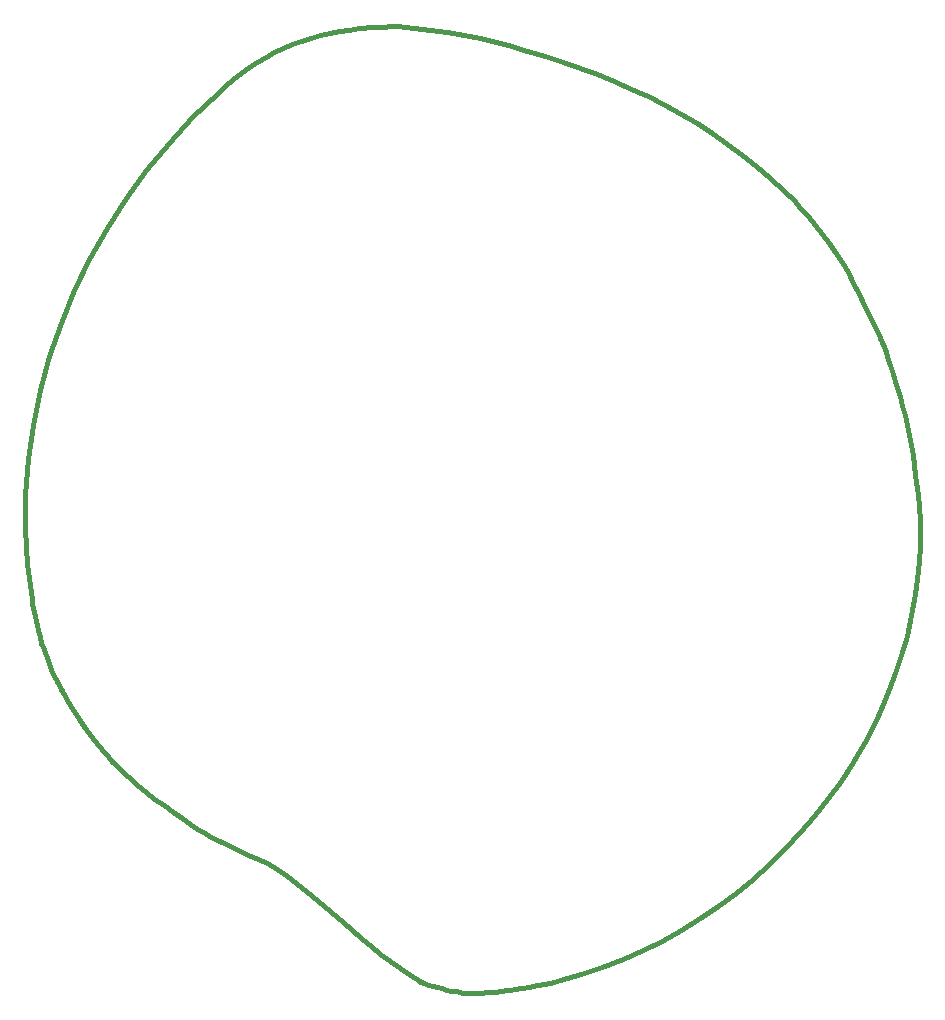
<source format=gbr>
%TF.GenerationSoftware,KiCad,Pcbnew,8.0.5-8.0.5-0~ubuntu22.04.1*%
%TF.CreationDate,2024-10-15T22:57:38-04:00*%
%TF.ProjectId,eclipse_sao_v1,65636c69-7073-4655-9f73-616f5f76312e,rev?*%
%TF.SameCoordinates,Original*%
%TF.FileFunction,Profile,NP*%
%FSLAX46Y46*%
G04 Gerber Fmt 4.6, Leading zero omitted, Abs format (unit mm)*
G04 Created by KiCad (PCBNEW 8.0.5-8.0.5-0~ubuntu22.04.1) date 2024-10-15 22:57:38*
%MOMM*%
%LPD*%
G01*
G04 APERTURE LIST*
%TA.AperFunction,Profile*%
%ADD10C,0.400000*%
%TD*%
G04 APERTURE END LIST*
D10*
X25984146Y-65523301D02*
X25985753Y-65527442D01*
X25983602Y-65523907D01*
X25981923Y-65520138D01*
X25984146Y-65523301D01*
X54227681Y-9331016D02*
X54289803Y-9332450D01*
X54351830Y-9335505D01*
X54413734Y-9340520D01*
X54413731Y-9340511D01*
X55814581Y-9484114D01*
X57222382Y-9644943D01*
X58630259Y-9831392D01*
X60031334Y-10051854D01*
X61418733Y-10314720D01*
X62785580Y-10628384D01*
X63459148Y-10806888D01*
X64124999Y-11001238D01*
X64782275Y-11212484D01*
X65430115Y-11441675D01*
X66924741Y-11866705D01*
X68412109Y-12331571D01*
X69889809Y-12836706D01*
X71355429Y-13382542D01*
X72806557Y-13969508D01*
X74240782Y-14598038D01*
X75655693Y-15268562D01*
X77048878Y-15981512D01*
X78417925Y-16737319D01*
X79760423Y-17536414D01*
X81073962Y-18379230D01*
X82356128Y-19266197D01*
X83604512Y-20197747D01*
X84816700Y-21174312D01*
X85990283Y-22196322D01*
X87122849Y-23264210D01*
X87299689Y-23403583D01*
X87505490Y-23587438D01*
X87736820Y-23811481D01*
X87990247Y-24071420D01*
X88262340Y-24362959D01*
X88549669Y-24681808D01*
X89156308Y-25384256D01*
X89782714Y-26144418D01*
X90401438Y-26927947D01*
X90985031Y-27700498D01*
X91506042Y-28427723D01*
X92044297Y-29283970D01*
X92554945Y-30161743D01*
X93042020Y-31057222D01*
X93509557Y-31966589D01*
X93961589Y-32886025D01*
X94402149Y-33811711D01*
X95264992Y-35666557D01*
X95322757Y-35793355D01*
X95378803Y-35920907D01*
X95433314Y-36049131D01*
X95486473Y-36177947D01*
X95589468Y-36437028D01*
X95689255Y-36697502D01*
X95712442Y-36739237D01*
X95759764Y-36859447D01*
X95915631Y-37302846D01*
X96134491Y-37962806D01*
X96393981Y-38774435D01*
X96671737Y-39672840D01*
X96945394Y-40593130D01*
X97192590Y-41470413D01*
X97390961Y-42239796D01*
X97394692Y-42244337D01*
X97396357Y-42246467D01*
X97397871Y-42248512D01*
X97399219Y-42250478D01*
X97400389Y-42252372D01*
X97401366Y-42254200D01*
X97401779Y-42255091D01*
X97402138Y-42255969D01*
X97402442Y-42256832D01*
X97402689Y-42257684D01*
X97402879Y-42258523D01*
X97403008Y-42259352D01*
X97403076Y-42260171D01*
X97403080Y-42260980D01*
X97403019Y-42261781D01*
X97402891Y-42262574D01*
X97402695Y-42263360D01*
X97402429Y-42264139D01*
X97402090Y-42264914D01*
X97401679Y-42265684D01*
X97401191Y-42266450D01*
X97400627Y-42267213D01*
X97399985Y-42267974D01*
X97399261Y-42268734D01*
X97588120Y-43103445D01*
X97757617Y-43941554D01*
X97910062Y-44782577D01*
X98047766Y-45626035D01*
X98173039Y-46471445D01*
X98288193Y-47318327D01*
X98497383Y-49014576D01*
X98530913Y-49318695D01*
X98560630Y-49626114D01*
X98609750Y-50243698D01*
X98646998Y-50853017D01*
X98674629Y-51439758D01*
X98657259Y-53489129D01*
X98520537Y-55468292D01*
X98280348Y-57369786D01*
X97952578Y-59186151D01*
X97553114Y-60909925D01*
X97097842Y-62533648D01*
X96602647Y-64049859D01*
X96083416Y-65451096D01*
X95556035Y-66729899D01*
X95036389Y-67878806D01*
X94083848Y-69757091D01*
X93352883Y-71026262D01*
X92970581Y-71626633D01*
X91958518Y-73185199D01*
X90876748Y-74698506D01*
X89728110Y-76163806D01*
X88515441Y-77578352D01*
X87241582Y-78939397D01*
X85909371Y-80244192D01*
X84521647Y-81489991D01*
X83081249Y-82674046D01*
X81591016Y-83793609D01*
X80053787Y-84845934D01*
X78472401Y-85828272D01*
X76849696Y-86737876D01*
X75188512Y-87572000D01*
X73491687Y-88327895D01*
X71762061Y-89002814D01*
X70002472Y-89594009D01*
X68783424Y-89939674D01*
X68782425Y-89939674D01*
X68184982Y-90080159D01*
X67674549Y-90205339D01*
X66896240Y-90402184D01*
X66248241Y-90537289D01*
X65597600Y-90661206D01*
X64944769Y-90773692D01*
X64290199Y-90874504D01*
X64018601Y-90912136D01*
X63746589Y-90946697D01*
X63201585Y-91008185D01*
X62655701Y-91062131D01*
X62109451Y-91111694D01*
X61436244Y-91174287D01*
X61267768Y-91187085D01*
X61099198Y-91196936D01*
X60930523Y-91202935D01*
X60761730Y-91204178D01*
X60635407Y-91201936D01*
X60509066Y-91197354D01*
X60382786Y-91190379D01*
X60256647Y-91180963D01*
X60130728Y-91169057D01*
X60005107Y-91154608D01*
X59879864Y-91137569D01*
X59755077Y-91117889D01*
X59361297Y-91047334D01*
X58968767Y-90968779D01*
X58577750Y-90882231D01*
X58188507Y-90787696D01*
X57801298Y-90685181D01*
X57416385Y-90574694D01*
X57034029Y-90456240D01*
X56654491Y-90329826D01*
X56613221Y-90315305D01*
X56572105Y-90300154D01*
X56531249Y-90284244D01*
X56490760Y-90267446D01*
X56450746Y-90249627D01*
X56411312Y-90230659D01*
X56372566Y-90210410D01*
X56334614Y-90188751D01*
X55466893Y-89646123D01*
X54619457Y-89070893D01*
X53789672Y-88467589D01*
X52974907Y-87840740D01*
X52172532Y-87194872D01*
X51379913Y-86534512D01*
X49813418Y-85188429D01*
X48254371Y-83838710D01*
X46681717Y-82521575D01*
X45883708Y-81886545D01*
X45074402Y-81273244D01*
X44251168Y-80686199D01*
X43411373Y-80129936D01*
X42651353Y-79829179D01*
X41805925Y-79460406D01*
X40928940Y-79054896D01*
X40074247Y-78643923D01*
X38647132Y-77930697D01*
X37955376Y-77570938D01*
X37461884Y-77269154D01*
X36856454Y-76870709D01*
X36166465Y-76395871D01*
X35419294Y-75864906D01*
X34642320Y-75298083D01*
X33862921Y-74715669D01*
X33108475Y-74137931D01*
X32406361Y-73585136D01*
X32405165Y-73584152D01*
X32403979Y-73583150D01*
X32402802Y-73582131D01*
X32401635Y-73581098D01*
X32400477Y-73580050D01*
X32399328Y-73578990D01*
X32398190Y-73577918D01*
X32397060Y-73576836D01*
X31881080Y-73098453D01*
X31368325Y-72616380D01*
X31114832Y-72372455D01*
X30864155Y-72125805D01*
X30616964Y-71875826D01*
X30373928Y-71621918D01*
X30363295Y-71624146D01*
X30353284Y-71625694D01*
X30343942Y-71626505D01*
X30339536Y-71626616D01*
X30335315Y-71626522D01*
X30331283Y-71626215D01*
X30327447Y-71625689D01*
X30323813Y-71624937D01*
X30320386Y-71623951D01*
X30317172Y-71622725D01*
X30314176Y-71621251D01*
X30311405Y-71619523D01*
X30308864Y-71617534D01*
X30306559Y-71615276D01*
X30304495Y-71612742D01*
X30302678Y-71609926D01*
X30301115Y-71606820D01*
X30299810Y-71603418D01*
X30298770Y-71599712D01*
X30298000Y-71595695D01*
X30297505Y-71591361D01*
X30297293Y-71586702D01*
X30297367Y-71581712D01*
X30297735Y-71576382D01*
X30298401Y-71570708D01*
X30299372Y-71564680D01*
X30300653Y-71558293D01*
X30302250Y-71551539D01*
X30304169Y-71544411D01*
X29687981Y-70863579D01*
X29093811Y-70164339D01*
X28522345Y-69447027D01*
X27974266Y-68711978D01*
X27450257Y-67959526D01*
X27197493Y-67576879D01*
X26951003Y-67190006D01*
X26710873Y-66798951D01*
X26477188Y-66403754D01*
X26250033Y-66004458D01*
X26029495Y-65601105D01*
X25999892Y-65549371D01*
X25985694Y-65525504D01*
X25984146Y-65523301D01*
X25983399Y-65521377D01*
X25971562Y-65496344D01*
X25945265Y-65442978D01*
X25754478Y-65087964D01*
X25660078Y-64909900D01*
X25614020Y-64820196D01*
X25569061Y-64729843D01*
X25379129Y-64337155D01*
X25210631Y-63964897D01*
X25059009Y-63608199D01*
X24919702Y-63262191D01*
X24394453Y-61887642D01*
X24327854Y-61719183D01*
X24311875Y-61676825D01*
X24296581Y-61634240D01*
X24282180Y-61591362D01*
X24268881Y-61548126D01*
X24131296Y-61037367D01*
X23990230Y-60449830D01*
X23725468Y-59223742D01*
X23530228Y-58228510D01*
X23460146Y-57822777D01*
X23069017Y-54873625D01*
X22889944Y-51911475D01*
X22916810Y-48946825D01*
X23143500Y-45990167D01*
X23563896Y-43051999D01*
X24171882Y-40142815D01*
X24961341Y-37273111D01*
X25926156Y-34453382D01*
X27060212Y-31694122D01*
X28357391Y-29005828D01*
X29811577Y-26398995D01*
X31416653Y-23884118D01*
X33166502Y-21471692D01*
X35055009Y-19172213D01*
X37076055Y-16996175D01*
X39223526Y-14954075D01*
X39847762Y-14352225D01*
X40493107Y-13788476D01*
X41158503Y-13262111D01*
X41842893Y-12772411D01*
X42545219Y-12318661D01*
X43264422Y-11900144D01*
X43999445Y-11516141D01*
X44749231Y-11165936D01*
X45512720Y-10848812D01*
X46288856Y-10564052D01*
X47076580Y-10310939D01*
X47874834Y-10088756D01*
X48682561Y-9896785D01*
X49498702Y-9734309D01*
X50322200Y-9600612D01*
X51151997Y-9494976D01*
X51164405Y-9482981D01*
X51176293Y-9472159D01*
X51187570Y-9462581D01*
X51198150Y-9454320D01*
X51207942Y-9447448D01*
X51216858Y-9442036D01*
X51220959Y-9439901D01*
X51224809Y-9438158D01*
X51228395Y-9436816D01*
X51231706Y-9435884D01*
X51234732Y-9435372D01*
X51237461Y-9435288D01*
X51239882Y-9435641D01*
X51241985Y-9436440D01*
X51243757Y-9437695D01*
X51245188Y-9439414D01*
X51246267Y-9441607D01*
X51246983Y-9444281D01*
X51247324Y-9447447D01*
X51247280Y-9451114D01*
X51246839Y-9455290D01*
X51245990Y-9459984D01*
X51244723Y-9465205D01*
X51243025Y-9470963D01*
X51240887Y-9477267D01*
X51238297Y-9484124D01*
X51571214Y-9451452D01*
X51905039Y-9424032D01*
X52239588Y-9401266D01*
X52574675Y-9382558D01*
X53245719Y-9354918D01*
X53916687Y-9336329D01*
X54041044Y-9333061D01*
X54165494Y-9330866D01*
X54227681Y-9331016D01*
M02*

</source>
